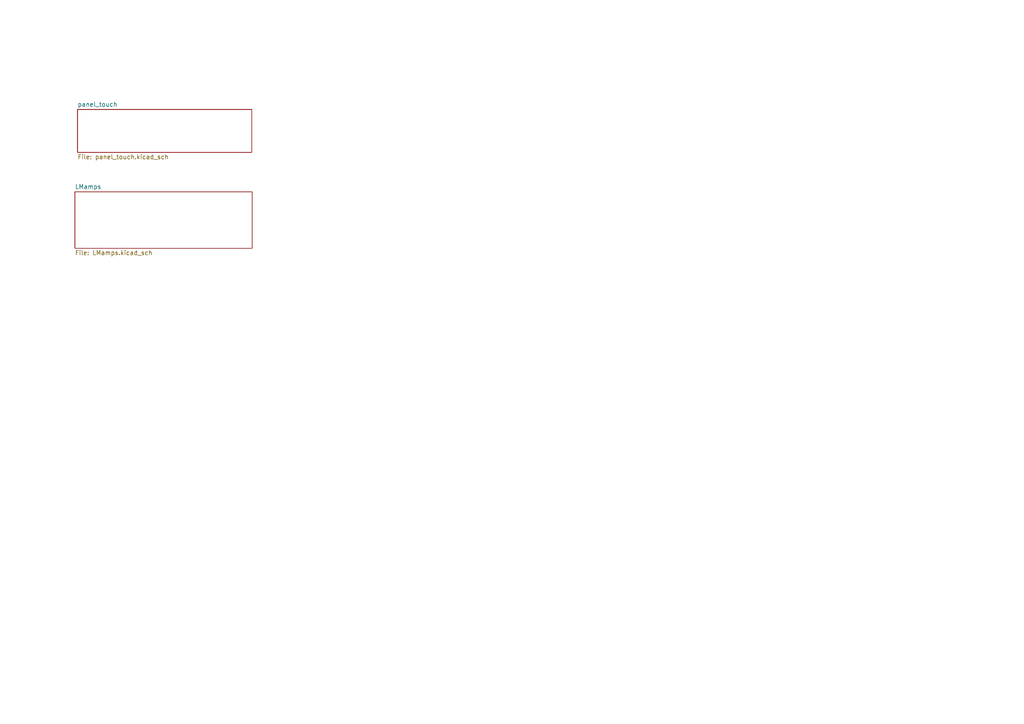
<source format=kicad_sch>
(kicad_sch (version 20211123) (generator eeschema)
  (paper "A4")
  (lib_symbols)
  (sheet (at 22.479 31.75) (size 50.546 12.446)
    (property "Sheet name" "panel_touch" (at 22.479 31.0384 0) (effects (justify left bottom)))
    (property "Sheet file" "panel_touch.kicad_sch" (at 22.479 44.7806 0) (effects (justify left top)))
  )
  (sheet (at 21.717 55.626) (size 51.435 16.383) (stroke (width 0.1524))
    (property "Sheet name" "LMamps" (at 21.717 54.9144 0) (effects (justify left bottom)))
    (property "Sheet file" "LMamps.kicad_sch" (at 21.717 72.5936 0) (effects (justify left top)))
  )
)
</source>
